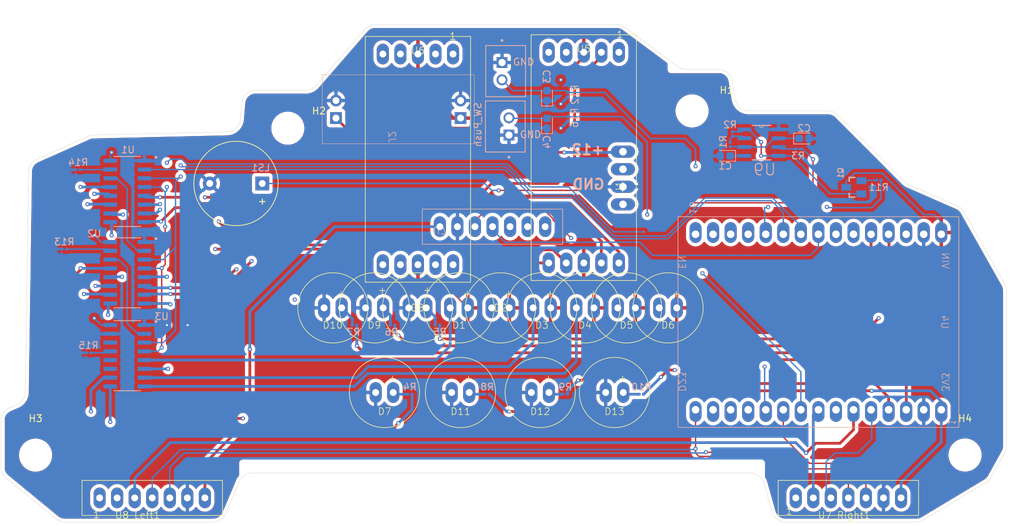
<source format=kicad_pcb>
(kicad_pcb (version 20240108) (generator "pcbnew") (generator_version "8.0")
  (layers (0 "F.Cu" signal) (1 "In1.Cu" signal) (2 "In2.Cu" signal) (31 "B.Cu" signal) (34 "B.Paste" user) (35 "F.Paste" user) (36 "B.SilkS" user "B.Silkscreen") (37 "F.SilkS" user "F.Silkscreen") (38 "B.Mask" user) (39 "F.Mask" user) (44 "Edge.Cuts" user))
  (net 0 "")
  (net 1 "GND")
  (net 2 "Net-(D1-K)")
  (net 3 "Net-(D2-K)")
  (net 4 "Net-(D3-K)")
  (net 5 "Net-(D4-K)")
  (net 6 "Net-(D5-K)")
  (net 7 "Net-(D6-K)")
  (net 8 "Net-(D7-A)")
  (net 9 "Net-(D8-A)")
  (net 10 "Net-(D9-A)")
  (net 11 "Net-(D10-A)")
  (net 12 "Net-(D11-A)")
  (net 13 "Net-(D12-A)")
  (net 14 "Net-(D13-A)")
  (net 15 "+12V")
  (net 16 "Net-(U1-R-EXT)")
  (net 17 "Net-(U2-R-EXT)")
  (net 18 "+3.3V")
  (net 19 "Net-(U1-~{OUT1})")
  (net 20 "Net-(U1-SDO)")
  (net 21 "+5V")
  (net 22 "Net-(U1-~{OUT2})")
  (net 23 "Net-(U9-CV)")
  (net 24 "Net-(U1-~{OUT6})")
  (net 25 "Net-(U1-~{OUT3})")
  (net 26 "Net-(U1-~{OUT4})")
  (net 27 "Net-(U9-THR)")
  (net 28 "Net-(U1-~{OUT5})")
  (net 29 "Net-(U1-~{OUT0})")
  (net 30 "Net-(LS1-Pad1)")
  (net 31 "Net-(U2-~{OUT0})")
  (net 32 "Net-(U2-~{OUT2})")
  (net 33 "Net-(U2-~{OUT5})")
  (net 34 "Net-(U2-~{OUT7})")
  (net 35 "Net-(U2-SDO)")
  (net 36 "Net-(U1-~{OUT7})")
  (net 37 "Net-(U2-~{OUT3})")
  (net 38 "Net-(U2-~{OUT4})")
  (net 39 "Net-(U2-~{OUT1})")
  (net 42 "Net-(U9-DIS)")
  (net 44 "Net-(U9-Q)")
  (net 45 "unconnected-(U4-EN-Pad16)")
  (net 46 "/Button")
  (net 50 "Net-(U2-~{OUT6})")
  (net 54 "Net-(J1-Pin_3)")
  (net 55 "Net-(J1-Pin_1)")
  (net 56 "/D8LED")
  (net 57 "/D9LED")
  (net 58 "/D10LED")
  (net 59 "/D11LED")
  (net 60 "/D12LED")
  (net 61 "/D13LED")
  (net 62 "/555BJT")
  (net 63 "Net-(U3-~{OE}(ED2))")
  (net 64 "/OEInvert")
  (net 65 "/LE")
  (net 66 "/CLK")
  (net 67 "/SDLU1")
  (net 69 "/SDA")
  (net 70 "/SCL")
  (net 71 "/Button1")
  (net 72 "/U7RightES")
  (net 73 "/CANTX")
  (net 74 "/ESU8Left")
  (net 75 "/CANRX")
  (net 76 "/DCU7Right")
  (net 77 "/DCU8Left")
  (net 78 "Net-(Q1-PadB)")
  (net 79 "Net-(U9-R)")
  (footprint "bajaRedoSaves:LED 5mm Vertical" (layer "F.Cu") (at 163.52 111.5)
    (property "Reference" "D4")
    (property "Value" "LED")
  )
  (footprint "MountingHole:MountingHole_4.3mm_M4" (layer "F.Cu") (at 120.5 85.5)
    (property "Reference" "H2")
    (property "Value" "MountingHole")
  )
  (footprint "bajaRedoSaves:LED 5mm Vertical" (layer "F.Cu") (at 151.27 111.5)
    (property "Reference" "D2")
    (property "Value" "LED")
  )
  (footprint "bajaRedoSaves:LED 5mm Vertical" (layer "F.Cu") (at 145.27 111.5)
    (property "Reference" "D1")
    (property "Value" "LED")
  )
  (footprint "bajaRedoSaves:LED 5mm Vertical" (layer "F.Cu") (at 175.52 111.5)
    (property "Reference" "D6")
    (property "Value" "LED")
  )
  (footprint "MountingHole:MountingHole_4.3mm_M4" (layer "F.Cu") (at 179 83)
    (property "Reference" "H1")
    (property "Value" "MountingHole" (hide yes))
  )
  (footprint "bajaRedoSaves:LED 5mm Vertical" (layer "F.Cu") (at 167.77 123.75)
    (property "Reference" "D13")
    (property "Value" "LED")
  )
  (footprint "bajaRedoSaves:LED 5mm Vertical" (layer "F.Cu") (at 133.02 111.5)
    (property "Reference" "D9")
    (property "Value" "LED")
  )
  (footprint "bajaRedoSaves:baja 7 segment" (layer "F.Cu") (at 163.33 74.52)
    (property "Reference" "U5")
    (property "Value" "~")
  )
  (footprint "bajaRedoSaves:LED 5mm Vertical" (layer "F.Cu") (at 157.27 111.5)
    (property "Reference" "D3")
    (property "Value" "LED")
  )
  (footprint "MountingHole:MountingHole_4.3mm_M4" (layer "F.Cu") (at 83.9972 132.8125)
    (property "Reference" "H3")
    (property "Value" "MountingHole")
  )
  (footprint "bajaRedoSaves:LED 5mm Vertical" (layer "F.Cu") (at 157.02 123.75)
    (property "Reference" "D12")
    (property "Value" "LED")
  )
  (footprint "bajaRedoSaves:LED 5mm Vertical" (layer "F.Cu") (at 145.48 123.75)
    (property "Reference" "D11")
    (property "Value" "LED")
  )
  (footprint "bajaRedoSaves:LED 5mm Vertical" (layer "F.Cu") (at 139.27 111.5)
    (property "Reference" "D8")
    (property "Value" "LED")
  )
  (footprint "bajaRedoSaves:LED 5mm Vertical" (layer "F.Cu") (at 134.48 123.75)
    (property "Reference" "D7")
    (property "Value" "LED")
  )
  (footprint "bajaRedoSaves:baja 7 segment" (layer "F.Cu") (at 139.33 74.77)
    (property "Reference" "U6")
    (property "Value" "~")
  )
  (footprint "bajaRedoSaves:1x7 Connectors" (layer "F.Cu") (at 93.26 139)
    (property "Reference" "U8_Left1")
    (property "Value" "~")
  )
  (footprint "Custom Connectors:1x4 connector" (layer "F.Cu") (at 169 93.98 90)
    (property "Reference" "J1")
    (property "Value" "Conn_01x04_Pin")
  )
  (footprint "MountingHole:MountingHole_4.3mm_M4" (layer "F.Cu") (at 218.5 132.7977)
    (property "Reference" "H4")
    (property "Value" "MountingHole")
  )
  (footprint "bajaRedoSaves:LED 5mm Vertical" (layer "F.Cu") (at 127.02 111.5)
    (property "Reference" "D10")
    (property "Value" "LED")
  )
  (footprint "bajaRedoSaves:1x7 Connectors" (layer "F.Cu") (at 194 139)
    (property "Reference" "U7_Right1")
    (property "Value" "~")
  )
  (footprint "bajaRedoSaves:LED 5mm Vertical" (layer "F.Cu") (at 169.52 111.5)
    (property "Reference" "D5")
    (property "Value" "LED")
  )
  (footprint "Buzzer_Beeper:Buzzer_12x9.5RM7.6" (layer "F.Cu") (at 116.8 93.5 180)
    (property "Reference" "LS1")
    (property "Value" "Speaker")
  )
  (footprint "Resistor_SMD:R_0201_0603Metric" (layer "B.Cu") (at 171.655 124 180)
    (property "Reference" "R10")
    (property "Value" "300")
  )
  (footprint "Resistor_SMD:R_0201_0603Metric" (layer "B.Cu") (at 206 93 180)
    (property "Reference" "R11" (hide yes))
    (property "Value" "R11")
  )
  (footprint "Resistor_SMD:R_0201_0603Metric" (layer "B.Cu") (at 88.155 103 180)
    (property "Reference" "R13")
    (property "Value" "750")
  )
  (footprint "Resistor_SMD:R_0201_0603Metric" (layer "B.Cu") (at 142.155 114 180)
    (property "Reference" "R5")
    (property "Value" "300")
  )
  (footprint "bajaRedoSaves:JST2pin" (layer "B.Cu") (at 151.975 85.25 -90)
    (property "Reference" "SW2" (hide yes))
    (property "Value" "SW_Push")
  )
  (footprint "bajaRedoSaves:TLC5917ID" (layer "B.Cu") (at 97.275 106.425 180)
    (property "Reference" "U2")
    (property "Value" "TLC5917" (hide yes))
  )
  (footprint "Capacitor_Tantalum_SMD:CP_EIA-1608-08_AVX-J" (layer "B.Cu") (at 195.2125 87)
    (property "Reference" "C2" (hide yes))
    (property "Value" "C2")
  )
  (footprint "ESP 32:ESP 32 BAJA" (layer "B.Cu") (at 215.06 113.55 90)
    (property "Reference" "U4")
    (property "Value" "~")
  )
  (footprint "Resistor_SMD:R_0201_0603Metric" (layer "B.Cu") (at 161 80.655 90)
    (property "Reference" "R12")
    (property "Value" "1000")
  )
  (footprint "Resistor_SMD:R_0201_0603Metric" (layer "B.Cu") (at 194.345 88.5)
    (property "Reference" "R3" (hide yes))
    (property "Value" "R3")
  )
  (footprint "Capacitor_Tantalum_SMD:CP_EIA-1608-08_AVX-J" (layer "B.Cu") (at 158 80.7875 90)
    (property "Reference" "C3")
    (property "Value" "10uF")
  )
  (footprint "bajaRedoSaves:PowerBoard" (layer "B.Cu") (at 150.466 82.765 90)
    (property "Reference" "J2")
    (property "Value" "Conn_01x04_Pin" (hide yes))
  )
  (footprint "Resistor_SMD:R_0201_0603Metric" (layer "B.Cu") (at 91.655 118 180)
    (property "Reference" "R15")
    (property "Value" "1000")
  )
  (footprint "bajaRedoSaves:1x7 Connectors" (layer "B.Cu") (at 142.5 99.75)
    (property "Reference" "U7")
    (property "Value" "~")
  )
  (footprint "Resistor_SMD:R_0201_0603Metric" (layer "B.Cu") (at 184.5 87.845 -90)
    (property "Reference" "R1" (hide yes))
    (property "Value" "R1")
  )
  (footprint "bajaRedoSaves:MMBT2222" (layer "B.Cu") (at 202.4 94.05 -90)
    (property "Reference" "Q1")
    (property "Value" "MMBT2222_")
  )
  (footprint "bajaRedoSaves:TLC5917ID" (layer "B.Cu") (at 97.275 118.425 180)
    (property "Reference" "U3")
    (property "Value" "TLC5917")
  )
  (footprint "Capacitor_Tantalum_SMD:CP_EIA-1608-08_AVX-J" (layer "B.Cu") (at 158 84.7875 90)
    (property "Reference" "C4")
    (property "Value" "10uF")
  )
  (footprint "Resistor_SMD:R_0201_0603Metric" (layer "B.Cu") (at 138.155 124 180)
    (property "Reference" "R4")
    (property "Value" "300")
  )
  (footprint "Resistor_SMD:R_0201_0603Metric" (layer "B.Cu") (at 135.655 114 180)
    (property "Reference" "R6")
    (property "Value" "300")
  )
  (footprint "Resistor_SMD:R_0201_0603Metric" (layer "B.Cu") (at 184.845 86.345 -90)
    (property "Reference" "R2" (hide yes))
    (property "Value" "R2")
  )
  (footprint "Resistor_SMD:R_0201_0603Metric" (layer "B.Cu") (at 160.655 124 180)
    (property "Reference" "R9")
    (property "Value" "300")
  )
  (footprint "Resistor_SMD:R_0201_0603Metric" (layer "B.Cu") (at 161 84.155 90)
    (property "Reference" "R16")
    (property "Value" "1000")
  )
  (footprint "bajaRedoSaves:TLC555" (layer "B.Cu") (at 189.0362 87.595 180)
    (property "Reference" "U9")
    (property "Value" "TLC555xPS")
  )
  (footprint "bajaRedoSaves:JST2pin" (layer "B.Cu") (at 152.025 77.25 90)
    (property "Reference" "SW1" (hide yes))
    (property "Value" "SW_Push")
  )
  (footprint "Capacitor_Tantalum_SMD:CP_EIA-1608-08_AVX-J" (layer "B.Cu") (at 183.7875 89.5 180)
    (property "Reference" "C1" (hide yes))
    (property "Value" "C1")
  )
  (footprint "bajaRedoSaves:TLC5917ID" (layer "B.Cu") (at 97.275 94.655 180)
    (property "Reference" "U1")
    (property "Value" "TLC5917" (hide yes))
  )
  (footprint "Resistor_SMD:R_0201_0603Metric" (layer "B.Cu") (at 130.155 114 180)
    (property "Reference" "R7")
    (property "Value" "300")
  )
  (footprint "Resistor_SMD:R_0201_0603Metric" (layer "B.Cu") (at 90.155 91.5 180)
    (property "Reference" "R14")
    (property "Value" "750")
  )
  (footprint "Resistor_SMD:R_0201_0603Metric" (layer "B.Cu") (at 149.345 124 180)
    (property "Reference" "R8")
    (property "Value" "300")
  )
  (gr_line (start 185.221466 81.328798) (end 184.778534 78.671202) (stroke (width 0.05)) (layer "Edge.Cuts"))
  (gr_line (start 113.847174 81.833909) (end 113.649298 84.208429) (stroke (width 0.05)) (layer "Edge.Cuts"))
  (gr_line (start 81.30686 125.511346) (end 80.212162 125.980502) (stroke (width 0.05)) (layer "Edge.Cuts"))
  (gr_line (start 111.516155 141.278434) (end 113.483845 136.621567) (stroke (width 0.05)) (layer "Edge.Cuts"))
  (gr_line (start 222.260088 136.031841) (end 224.248314 132.453034) (stroke (width 0.05)) (layer "Edge.Cuts"))
  (gr_arc (start 91.634303 86.662532) (mid 92.00868 86.538682) (end 92.400081 86.490696) (stroke (width 0.05)) (layer "Edge.Cuts"))
  (gr_arc (start 113.649298 84.208429) (mid 113.027432 85.49824) (end 111.702705 86.041798) (stroke (width 0.05)) (layer "Edge.Cuts"))
  (gr_line (start 109.673862 142.5) (end 88.217531 142.5) (stroke (width 0.05)) (layer "Edge.Cuts"))
  (gr_arc (start 178.161574 77) (mid 177.533476 76.898805) (end 176.968926 76.605488) (stroke (width 0.05)) (layer "Edge.Cuts"))
  (gr_line (start 212.475024 142.214986) (end 221.540766 136.775541) (stroke (width 0.05)) (layer "Edge.Cuts"))
  (gr_line (start 115.326138 135.4) (end 187.485546 135.4) (stroke (width 0.05)) (layer "Edge.Cuts"))
  (gr_arc (start 222.260088 136.031841) (mid 221.949355 136.451016) (end 221.540766 136.775541) (stroke (width 0.05)) (layer "Edge.Cuts"))
  (gr_line (start 169.281074 70.894512) (end 176.968926 76.605488) (stroke (width 0.05)) (layer "Edge.Cuts"))
  (gr_arc (start 113.483845 136.621567) (mid 114.220893 135.733137) (end 115.326138 135.4) (stroke (width 0.05)) (layer "Edge.Cuts"))
  (gr_arc (start 182.805746 77) (mid 184.09847 77.473977) (end 184.778534 78.671202) (stroke (width 0.05)) (layer "Edge.Cuts"))
  (gr_arc (start 82.981462 91.779096) (mid 83.312208 90.706129) (end 84.168975 89.980455) (stroke (width 0.05)) (layer "Edge.Cuts"))
  (gr_arc (start 217.388787 96.732594) (mid 217.927389 97.080422) (end 218.328275 97.580794) (stroke (width 0.05)) (layer "Edge.Cuts"))
  (gr_arc (start 198.671573 83) (mid 199.43694 83.152241) (end 200.085787 83.585787) (stroke (width 0.05)) (layer "Edge.Cuts"))
  (gr_line (start 210.345733 93.651258) (end 217.388787 96.732594) (stroke (width 0.05)) (layer "Edge.Cuts"))
  (gr_arc (start 187.194254 83) (mid 185.90153 82.526023) (end 185.221466 81.328798) (stroke (width 0.05)) (layer "Edge.Cuts"))
  (gr_line (start 124.598018 79.311373) (end 131.651982 71.188627) (stroke (width 0.05)) (layer "Edge.Cuts"))
  (gr_arc (start 224.5 131.481748) (mid 224.436056 131.983431) (end 224.248314 132.453034) (stroke (width 0.05)) (layer "Edge.Cuts"))
  (gr_line (start 200.085787 83.585787) (end 209.733157 93.233157) (stroke (width 0.05)) (layer "Edge.Cuts"))
  (gr_line (start 111.702705 86.041798) (end 92.400081 86.490696) (stroke (width 0.05)) (layer "Edge.Cuts"))
  (gr_arc (start 131.651982 71.188627) (mid 132.332216 70.680299) (end 133.162048 70.5) (stroke (width 0.05)) (layer "Edge.Cuts"))
  (gr_arc (start 192.514454 142.5) (mid 191.307092 142.094452) (end 190.589373 141.042276) (stroke (width 0.05)) (layer "Edge.Cuts"))
  (gr_line (start 91.634303 86.662532) (end 84.168975 89.980455) (stroke (width 0.05)) (layer "Edge.Cuts"))
  (gr_line (start 182.805746 77) (end 178.161574 77) (stroke (width 0.05)) (layer "Edge.Cuts"))
  (gr_arc (start 212.475024 142.214986) (mid 211.979899 142.42743) (end 211.446032 142.5) (stroke (width 0.05)) (layer "Edge.Cuts"))
  (gr_arc (start 88.217531 142.5) (mid 87.54215 142.382514) (end 86.946116 142.043861) (stroke (width 0.05)) (layer "Edge.Cuts"))
  (gr_arc (start 168.088426 70.5) (mid 168.716528 70.601188) (end 169.281074 70.894512) (stroke (width 0.05)) (layer "Edge.Cuts"))
  (gr_line (start 224.5 131.481748) (end 224.5 109.026106) (stroke (width 0.05)) (layer "Edge.Cuts"))
  (gr_line (start 82.981462 91.779096) (end 82.518811 123.702038) (stroke (width 0.05)) (layer "Edge.Cuts"))
  (gr_arc (start 82.518811 123.702038) (mid 82.180701 124.786129) (end 81.30686 125.511346) (stroke (width 0.05)) (layer "Edge.Cuts"))
  (gr_arc (start 79 127.818792) (mid 79.330318 126.71781) (end 80.212162 125.980502) (stroke (width 0.05)) (layer "Edge.Cuts"))
  (gr_arc (start 113.847174 81.833909) (mid 114.486047 80.528235) (end 115.840266 80) (stroke (width 0.05)) (layer "Edge.Cuts"))
  (gr_line (start 79.728585 136.100012) (end 86.946116 142.043861) (stroke (width 0.05)) (layer "Edge.Cuts"))
  (gr_line (start 123.087952 80) (end 115.840266 80) (stroke (width 0.05)) (layer "Edge.Cuts"))
  (gr_line (start 189.410626 136.857724) (end 190.589373 141.042276) (stroke (width 0.05)) (layer "Edge.Cuts"))
  (gr_arc (start 79.728585 136.100012) (mid 79.191276 135.409727) (end 79 134.556151) (stroke (width 0.05)) (layer "Edge.Cuts"))
  (gr_arc (start 224.241126 108.041992) (mid 224.434198 108.51731) (end 224.5 109.026106) (stroke (width 0.05)) (layer "Edge.Cuts"))
  (gr_line (start 187.194254 83) (end 198.671573 83) (stroke (width 0.05)) (layer "Edge.Cuts"))
  (gr_line (start 79 127.818792) (end 79 134.556151) (stroke (width 0.05)) (layer "Edge.Cuts"))
  (gr_line (start 168.088426 70.5) (end 133.162048 70.5) (stroke (width 0.05)) (layer "Edge.Cuts"))
  (gr_line (start 218.328275 97.580794) (end 224.241126 108.041992) (stroke (width 0.05)) (layer "Edge.Cuts"))
  (gr_arc (start 187.485546 135.4) (mid 188.692908 135.805548) (end 189.410626 136.857724) (stroke (width 0.05)) (layer "Edge.Cuts"))
  (gr_arc (start 111.516155 141.278434) (mid 110.779107 142.166864) (end 109.673862 142.5) (stroke (width 0.05)) (layer "Edge.Cuts"))
  (gr_arc (start 210.345733 93.651258) (mid 210.019896 93.47085) (end 209.733157 93.233157) (stroke (width 0.05)) (layer "Edge.Cuts"))
  (gr_line (start 211.446032 142.5) (end 192.514454 142.5) (stroke (width 0.05)) (layer "Edge.Cuts"))
  (gr_arc (start 124.598018 79.311373) (mid 123.917784 79.819701) (end 123.087952 80) (stroke (width 0.05)) (layer "Edge.Cuts"))
  (gr_text "+12" (at 166.5 89.5 0) (layer "B.SilkS") (effects (font (size 1.5 1.5) (thickness 0.3) (bold yes)) (justify left bottom mirror)))
  (gr_text "GND" (at 154 87 0) (layer "B.SilkS") (effects (font (size 1 1)) (justify left bottom)))
  (gr_text "GND" (at 166.5 94.5 0) (layer "B.SilkS") (effects (font (size 1.5 1.5) (thickness 0.3) (bold yes)) (justify left bottom mirror)))
  (gr_text "GND" (at 153 76.5 0) (layer "B.SilkS") (effects (font (size 1 1)) (justify left bottom)))
  (via (at 106 114) (size 0.6) (drill 0.3) (layers "F.Cu" "B.Cu") (net 1))
  (via (at 103 114) (size 0.6) (drill 0.3) (layers "F.Cu" "B.Cu") (net 1))
  (segment (start 212.5 131.5) (end 212.5 126.27) (width 0.4) (layer "B.Cu") (net 1))
  (segment (start 206.7 139) (end 206.7 137.3) (width 0.4) (layer "B.Cu") (net 1))
  (segment (start 102.98 113.98) (end 103 114) (width 0.2) (layer "B.Cu") (net 1))
  (segment (start 87.48 91.48) (end 87.5 91.5) (width 0.2) (layer "B.Cu") (net 1))
  (segment (start 212.52 104.52) (end 213.5 105.5) (width 0.2) (layer "B.Cu") (net 1))
  (segment (start 212.5 126.27) (end 212.52 126.25) (width 0.4) (layer "B.Cu") (net 1))
  (segment (start 99.75 113.98) (end 102.98 113.98) (width 0.2) (layer "B.Cu") (net 1))
  (segment (start 212.52 100.85) (end 212.52 104.52) (width 0.2) (layer "B.Cu") (net 1))
  (segment (start 206.7 137.3) (end 212.5 131.5) (width 0.4) (layer "B.Cu") (net 1))
  (segment (start 99.75 119.06) (end 141.94 119.06) (width 0.4) (layer "B.Cu") (net 2))
  (segment (start 144 117) (end 144 111.5) (width 0.4) (layer "B.Cu") (net 2))
  (segment (start 141.94 119.06) (end 144 117) (width 0.4) (layer "B.Cu") (net 2))
  (via (at 103.17 120.33) (size 0.6) (drill 0.3) (layers "F.Cu" "B.Cu") (net 3))
  (segment (start 103.17 120.33) (end 99.75 120.33) (width 0.4) (layer "B.Cu") (net 3))
  (segment (start 99.75 121.6) (end 130.551472 121.6) (width 0.4) (layer "B.Cu") (net 4))
  (segment (start 156 116.5) (end 156 111.5) (width 0.4) (layer "B.Cu") (net 4))
  (segment (start 152.5 120) (end 156 116.5) (width 0.4) (layer "B.Cu") (net 4))
  (segment (start 130.551472 121.6) (end 132.151472 120) (width 0.4) (layer "B.Cu") (net 4))
  (segment (start 132.151472 120) (end 152.5 120) (width 0.4) (layer "B.Cu") (net 4))
  (segment (start 99.75 122.87) (end 130.13 122.87) (width 0.4) (layer "B.Cu") (net 5))
  (segment (start 160.5 121) (end 162.25 119.25) (width 0.4) (layer "B.Cu") (net 5))
  (segment (start 132 121) (end 160.5 121) (width 0.4) (layer "B.Cu") (net 5))
  (segment (start 162.25 119.25) (end 162.25 111.5) (width 0.4) (layer "B.Cu") (net 5))
  (segment (start 130.13 122.87) (end 132 121) (width 0.4) (layer "B.Cu") (net 5))
  (via (at 94.8 128) (size 0.6) (drill 0.3) (layers "F.Cu" "B.Cu") (net 6))
  (segment (start 94.8 128) (end 94.8 122.87) (width 0.4) (layer "B.Cu") (net 6))
  (via (at 92 126.5) (size 0.6) (drill 0.3) (layers "F.Cu" "B.Cu") (net 7))
  (segment (start 93.815001 121.6) (end 94.8 121.6) (width 0.4) (layer "B.Cu") (net 7))
  (segment (start 92 126.5) (end 92 123.415001) (width 0.4) (layer "B.Cu") (net 7))
  (segment (start 92 123.415001) (end 93.815001 121.6) (width 0.4) (layer "B.Cu") (net 7))
  (segment (start 136 124) (end 135.75 123.75) (width 0.4) (layer "B.Cu") (net 8))
  (segment (start 137.835 124) (end 136 124) (width 0.4) (layer "B.Cu") (net 8))
  (segment (start 140.525 111.515) (end 140.54 111.5) (width 0.2) (layer "F.Cu") (net 9))
  (segment (start 141.835 112.795) (end 140.54 111.5) (width 0.4) (layer "B.Cu") (net 9))
  (segment (start 141.835 114) (end 141.835 112.795) (width 0.4) (layer "B.Cu") (net 9))
  (segment (start 135.335 114) (end 135.335 112.545) (width 0.4) (layer "B.Cu") (net 10))
  (segment (start 135.335 112.545) (end 134.29 111.5) (width 0.4) (layer "B.Cu") (net 10))
  (segment (start 129.835 113.045) (end 128.29 111.5) (width 0.4) (layer "B.Cu") (net 11))
  (segment (start 129.835 114) (end 129.835 113.045) (width 0.4) (layer "B.Cu") (net 11))
  (segment (start 147 124) (end 146.75 123.75) (width 0.4) (layer "B.Cu") (net 12))
  (segment (start 149.025 124) (end 147 124) (width 0.4) (layer "B.Cu") (net 12))
  (segment (start 158.54 124) (end 158.29 123.75) (width 0.4) (layer "B.Cu") (net 13))
  (segment (start 160.335 124) (end 158.54 124) (width 0.4) (layer "B.Cu") (net 13))
  (segment (start 169.335 124.045) (end 169.04 123.75) (width 0.2) (layer "F.Cu") (net 14))
  (segment (start 171.335 124) (end 169.29 124) (width 0.4) (layer "B.Cu") (net 14))
  (segment (start 169.29 124) (end 169.04 123.75) (width 0.4) (layer "B.Cu") (net 14))
  (segment (start 129 85.5) (end 148.5 85.5) (width 0.4) (layer "F.Cu") (net 15))
  (segment (start 128.926 85.5) (end 129 85.5) (width 0.4) (layer "F.Cu") (net 15))
  (segment (start 148.5 85.5) (end 152 89) (width 0.4) (layer "F.Cu") (net 15))
  (segment (start 152 89) (end 160.5 89) (width 0.4) (layer "F.Cu") (net 15))
  (segment (start 127.466 84.04) (end 128.926 85.5) (width 0.4) (layer "F.Cu") (net 15))
  (via (at 160.5 89) (size 0.6) (drill 0.3) (layers "F.Cu" "B.Cu") (net 15))
  (segment (start 168.9 89) (end 169 88.9) (width 0.4) (layer "B.Cu") (net 15))
  (segment (start 160.5 89) (end 168.9 89) (width 0.4) (layer "B.Cu") (net 15))
  (segment (start 90.475 91.5) (end 94.78 91.5) (width 0.2) (layer "B.Cu") (net 16))
  (segment (start 94.78 91.5) (end 94.8 91.48) (width 0.2) (layer "B.Cu") (net 16))
  (segment (start 88.475 103) (end 94.55 103) (width 0.2) (layer "B.Cu") (net 17))
  (segment (start 94.55 103) (end 94.8 103.25) (width 0.2) (layer "B.Cu") (net 17))
  (segment (start 204 123.5) (end 205 123.5) (width 0.4) (layer "F.Cu") (net 18))
  (segment (start 113 129.5) (end 118.5 129.5) (width 0.4) (layer "F.Cu") (net 18))
  (segment (start 134 129.5) (end 135 129.5) (width 0.4) (layer "F.Cu") (net 18))
  (segment (start 115 117.5) (end 115 126) (width 0.4) (layer "F.Cu") (net 18))
  (segment (start 115 126) (end 118.5 129.5) (width 0.4) (layer "F.Cu") (net 18))
  (segment (start 136.5 128.2) (end 135.2 129.5) (width 0.4) (layer "F.Cu") (net 18))
  (segment (start 108.5 134) (end 113 129.5) (width 0.4) (layer "F.Cu") (net 18))
  (segment (start 108.5 139) (end 108.5 134) (width 0.4) (layer "F.Cu") (net 18))
  (segment (start 135 129.5) (end 173 129.5) (width 0.4) (layer "F.Cu") (net 18))
  (segment (start 173 129.5) (end 179 123.5) (width 0.4) (layer "F.Cu") (net 18))
  (segment (start 135.2 129.5) (end 135 129.5) (width 0.4) (layer "F.Cu") (net 18))
  (segment (start 118.5 129.5) (end 134 129.5) (width 0.4) (layer "F.Cu") (net 18))
  (segment (start 179 123.5) (end 204 123.5) (width 0.4) (layer "F.Cu") (net 18))
  (via (at 115 117.5) (size 0.6) (drill 0.3) (layers "F.Cu" "B.Cu") (net 18))
  (via (at 205 123.5) (size 0.6) (drill 0.3) (layers "F.Cu" "B.Cu") (net 18))
  (via (at 136.5 128.2) (size 0.6) (drill 0.3) (layers "F.Cu" "B.Cu") (net 18))
  (segment (start 142.5 99.75) (end 127.25 99.75) (width 0.4) (layer "B.Cu") (net 18))
  (segment (start 205 123.5) (end 213.5 123.5) (width 0.4) (layer "B.Cu") (net 18))
  (segment (start 138.475 126.225) (end 136.5 128.2) (width 0.4) (layer "B.Cu") (net 18))
  (segment (start 213.5 123.5) (end 215.06 125.06) (width 0.4) (layer "B.Cu") (net 18))
  (segment (start 115 116) (end 115 117.5) (width 0.4) (layer "B.Cu") (net 18))
  (segment (start 215.06 130.94) (end 215.06 126.25) (width 0.4) (layer "B.Cu") (net 18))
  (segment (start 209.24 139) (end 209.24 136.76) (width 0.4) (layer "B.Cu") (net 18))
  (segment (start 209.24 136.76) (end 215.06 130.94) (width 0.4) (layer "B.Cu") (net 18))
  (segment (start 115 112) (end 115 116) (width 0.4) (layer "B.Cu") (net 18))
  (segment (start 138.475 124) (end 138.475 126.225) (width 0.4) (layer "B.Cu") (net 18))
  (segment (start 127.25 99.75) (end 115 112) (width 0.4) (layer "B.Cu") (net 18))
  (segment (start 215.06 125.06) (end 215.06 126.25) (width 0.4) (layer "B.Cu") (net 18))
  (segment (start 159.5 93.5) (end 150 93.5) (width 0.4) (layer "F.Cu") (net 19))
  (segment (start 162 79.015) (end 162 91) (width 0.4) (layer "F.Cu") (net 19))
  (segment (start 148 95.5) (end 145.5 95.5) (width 0.4) (layer "F.Cu") (net 19))
  (segment (start 150 93.5) (end 148 95.5) (width 0.4) (layer "F.Cu") (net 19))
  (segment (start 145.5 95.5) (end 108.5 95.5) (width 0.4) (layer "F.Cu") (net 19))
  (segment (start 162 91) (end 159.5 93.5) (width 0.4) (layer "F.Cu") (net 19))
  (segment (start 165.87 75.145) (end 162 79.015) (width 0.4) (layer "F.Cu") (net 19))
  (segment (start 165.87 74.52) (end 165.87 75.145) (width 0.4) (layer "F.Cu") (net 19))
  (via (at 102 96.5) (size 0.6) (drill 0.3) (layers "F.Cu" "B.Cu") (net 19))
  (via (at 108.5 95.5) (size 0.6) (drill 0.3) (layers "F.Cu" "B.Cu") (net 19))
  (segment (start 99.75 96.56) (end 101.94 96.56) (width 0.4) (layer "B.Cu") (net 19))
  (segment (start 99.81 96.5) (end 99.75 96.56) (width 0.4) (layer "B.Cu") (net 19))
  (segment (start 101.94 96.56) (end 102 96.5) (width 0.4) (layer "B.Cu") (net 19))
  (segment (start 95.784999 92.75) (end 97.25 94.215001) (width 0.2) (layer "B.Cu") (net 20))
  (segment (start 98.765001 103.25) (end 99.75 103.25) (width 0.2) (layer "B.Cu") (net 20))
  (segment (start 97.25 101.734999) (end 98.765001 103.25) (width 0.2) (layer "B.Cu") (net 20))
  (segment (start 94.8 92.75) (end 95.784999 92.75) (width 0.2) (layer "B.Cu") (net 20))
  (segment (start 97.25 94.215001) (end 97.25 101.734999) (width 0.2) (layer "B.Cu") (net 20))
  (segment (start 163.33 75.17) (end 160 78.5) (width 0.4) (layer "F.Cu") (net 21))
  (segment (start 145.5 84.04) (end 144.54 84.04) (width 0.4) (layer "F.Cu") (net 21))
  (segment (start 139.33 107.83) (end 140 108.5) (width 0.2) (layer "F.Cu") (net 21))
  (segment (start 143.54 108.5) (end 146.54 111.5) (width 0.2) (layer "F.Cu") (net 21))
  (segment (start 163.33 105) (end 163.33 107.83) (width 0.2) (layer "F.Cu") (net 21))
  (segment (start 163.33 107.83) (end 164.79 109.29) (width 0.2) (layer "F.Cu") (net 21))
  (segment (start 140 108.5) (end 143.54 108.5) (width 0.2) (layer "F.Cu") (net 21))
  (segment (start 163.33 74.52) (end 163.33 75.17) (width 0.4) (layer "F.Cu") (net 21))
  (segment (start 164.79 109.29) (end 164.79 111.5) (width 0.2) (layer "F.Cu") (net 21))
  (segment (start 139.33 78.83) (end 139.33 74.77) (width 0.4) (layer "F.Cu") (net 21))
  (segment (start 144.54 84.04) (end 139.33 78.83) (width 0.4) (layer "F.Cu") (net 21))
  (segment (start 139.33 105.25) (end 139.33 107.83) (width 0.2) (layer "F.Cu") (net 21))
  (via (at 95 89) (size 0.6) (drill 0.3) (layers "F.Cu" "B.Cu") (net 21))
  (via (at 92.5 113) (size 0.6) (drill 0.3) (layers "F.Cu" "B.Cu") (net 21))
  (via (at 160 78.5) (size 0.6) (drill 0.3) (layers "F.Cu" "B.Cu") (net 21))
  (via (at 160 82) (size 0.6) (drill 0.3) (layers "F.Cu" "B.Cu") (net 21))
  (via (at 92.5 101) (size 0.6) (drill 0.3) (layers "F.Cu" "B.Cu") (net 21))
  (via (at 160 85.5) (size 0.6) (drill 0.3) (layers "F.Cu" "B.Cu") (net 21))
  (segment (start 161 84.5) (end 160 85.5) (width 0.4) (layer "B.Cu") (net 21))
  (segment (start 202.5 92) (end 201.3 93.2) (width 0.2) (layer "B.Cu") (net 21))
  (segment (start 161 84.475) (end 161 84.5) (width 0.4) (layer "B.Cu") (net 21))
  (segment (start 206.5 92) (end 202.5 92) (width 0.2) (layer "B.Cu") (net 21))
  (segment (start 161 81) (end 160 82) (width 0.4) (layer "B.Cu") (net 21))
  (segment (start 93.48 113.98) (end 92.5 113) (width 0.2) (layer "B.Cu") (net 21))
  (segment (start 206.5 92) (end 212.5 98) (width 0.2) (layer "B.Cu") (net 21))
  (segment (start 94.8 101.98) (end 93.48 101.98) (width 0.2) (layer "B.Cu") (net 21))
  (segment (start 201.3 93.2) (end 201.3 94.05) (width 0.2) (layer "B.Cu") (net 21))
  (segment (start 94.8 113.98) (end 93.48 113.98) (width 0.2) (layer "B.Cu") (net 21))
  (segment (start 214 98) (end 215.06 99.06) (width 0.2) (layer "B.Cu") (net 21))
  (segment (start 215.06 99.06) (end 215.06 100.85) (width 0.2) (layer "B.Cu") (net 21))
  (segment (start 161 80.975) (end 161 81) (width 0.4) (layer "B.Cu") (net 21))
  (segment (start 94.8 89.2) (end 94.8 90.21) (width 0.2) (layer "B.Cu") (net 21))
  (segment (start 93.48 101.98) (end 92.5 101) (width 0.2) (layer "B.Cu") (net 21))
  (segment (start 95 89) (end 94.8 89.2) (width 0.2) (layer "B.Cu") (net 21))
  (segment (start 212.5 98) (end 214 98) (width 0.2) (layer "B.Cu") (net 21))
  (via (at 102 97.3) (size 0.6) (drill 0.3) (layers "F.Cu" "B.Cu") (net 22))
  (segment (start 99.75 97.83) (end 101.47 97.83) (width 0.4) (layer "B.Cu") (net 22))
  (segment (start 101.47 97.83) (end 102 97.3) (width 0.4) (layer "B.Cu") (net 22))
  (segment (start 184.5 89.5) (end 186.5724 89.5) (width 0.2) (layer "B.Cu") (net 23))
  (via (at 91.5 96.5) (size 0.6) (drill 0.3) (layers "F.Cu" "B.Cu") (net 24))
  (segment (start 94.74 96.5) (end 94.8 96.56) (width 0.4) (layer "B.Cu") (net 24))
  (segment (start 91.5 96.5) (end 94.74 96.5) (width 0.4) (layer "B.Cu") (net 24))
  (segment (start 161 97) (end 104.15 97) (width 0.4) (layer "F.Cu") (net 25))
  (segment (start 165.87 101.87) (end 161 97) (width 0.4) (layer "F.Cu") (net 25))
  (segment (start 165.87 105) (end 165.87 101.87) (width 0.4) (layer "F.Cu") (net 25))
  (segment (start 104.15 97) (end 102.15 99) (width 0.4) (layer "F.Cu") (net 25))
  (via (at 102.15 99) (size 0.6) (drill 0.3) (layers "F.Cu" "B.Cu") (net 25))
  (segment (start 102.15 99) (end 99.85 99) (width 0.4) (layer "B.Cu") (net 25))
  (segment (start 99.85 99) (end 99.75 99.1) (width 0.4) (layer "B.Cu") (net 25))
  (segment (start 148 105) (end 146 103) (width 0.4) (layer "F.Cu") (net 26))
  (segment (start 146 103) (end 110 103) (width 0.4) (layer "F.Cu") (net 26))
  (segment (start 158.25 105) (end 148 105) (width 0.4) (layer "F.Cu") (net 26))
  (via (at 110 103) (size 0.6) (drill 0.3) (layers "F.Cu" "B.Cu") (net 26))
  (via (at 95 101) (size 0.6) (drill 0.3) (layers "F.Cu" "B.Cu") (net 26))
  (segment (start 95 101) (end 95 99.3) (width 0.4) (layer "B.Cu") (net 26))
  (segment (start 95 99.3) (end 94.8 99.1) (width 0.4) (layer "B.Cu") (net 26))
  (segment (start 191.5 86.96) (end 194.46 86.96) (width 0.2) (layer "B.Cu") (net 27))
  (segment (start 191.5 86.96) (end 190.9 86.96) (width 0.2) (layer "B.Cu") (net 27))
  (segment (start 186.5074 88.165) (end 186.5724 88.23) (width 0.2) (layer "B.Cu") (net 27))
  (segment (start 189.63 88.23) (end 186.5724 88.23) (width 0.2) (layer "B.Cu") (net 27))
  (segment (start 194.46 86.96) (end 194.5 87) (width 0.2) (layer "B.Cu") (net 27))
  (segment (start 184.5 88.165) (end 186.5074 88.165) (width 0.2) (layer "B.Cu") (net 27))
  (segment (start 190.9 86.96) (end 189.63 88.23) (width 0.2) (layer "B.Cu") (net 27))
  (via (at 96.65 98) (size 0.6) (drill 0.3) (layers "F.Cu" "B.Cu") (net 28))
  (segment (start 96.65 98) (end 94.97 98) (width 0.4) (layer "B.Cu") (net 28))
  (segment (start 94.97 98) (end 94.8 97.83) (width 0.4) (layer "B.Cu") (net 28))
  (segment (start 161.4 96.4) (end 106.9 96.4) (width 0.4) (layer "F.Cu") (net 29))
  (segment (start 106.9 96.4) (end 106 95.5) (width 0.4) (layer "F.Cu") (net 29))
  (segment (start 106 95.5) (end 102 95.5) (width 0.4) (layer "F.Cu") (net 29))
  (segment (start 168.41 105) (end 168.41 103.41) (width 0.4) (layer "F.Cu") (net 29))
  (segment (start 168.41 103.41) (end 161.4 96.4) (width 0.4) (layer "F.Cu") (net 29))
  (via (at 102 95.5) (size 0.6) (drill 0.3) (layers "F.Cu" "B.Cu") (net 29))
  (segment (start 99.96 95.5) (end 99.75 95.29) (width 0.4) (layer "B.Cu") (net 29))
  (segment (start 102 95.5) (end 99.96 95.5) (width 0.4) (layer "B.Cu") (net 29))
  (segment (start 195.205 96.295) (end 195.5 96) (width 0.2) (layer "F.Cu") (net 30))
  (segment (start 177.705 96.295) (end 176.5 97.5) (width 0.2) (layer "F.Cu") (net 30))
  (segment (start 188.705 96.295) (end 177.705 96.295) (width 0.2) (layer "F.Cu") (net 30))
  (segment (start 175 99) (end 167.5 99) (width 0.2) (layer "F.Cu") (net 30))
  (segment (start 163 94.5) (end 151 94.5) (width 0.2) (layer "F.Cu") (net 30))
  (segment (start 167.5 99) (end 163 94.5) (width 0.2) (layer "F.Cu") (net 30))
  (segment (start 196.5 90) (end 196.5 95) (width 0.2) (layer "F.Cu") (net 30))
  (segment (start 196.5 95) (end 195.5 96) (width 0.2) (layer "F.Cu") (net 30))
  (segment (start 176.5 97.5) (end 175 99) (width 0.2) (layer "F.Cu") (net 30))
  (segment (start 188.705 96.295) (end 195.205 96.295) (width 0.2) (layer "F.Cu") (net 30))
  (via (at 196.5 90) (size 0.6) (drill 0.3) (layers "F.Cu" "B.Cu") (net 30))
  (via (at 151 94.5) (size 0.6) (drill 0.3) (layers "F.Cu" "B.Cu") (net 30))
  (segment (start 149 93.5) (end 116.8 93.5) (width 0.2) (layer "B.Cu") (net 30))
  (segment (start 150 94.5) (end 149 93.5) (width 0.2) (layer "B.Cu") (net 30))
  (segment (start 151 94.5) (end 150 94.5) (width 0.2) (layer "B.Cu") (net 30))
  (segment (start 195 88.5) (end 196.5 90) (width 0.2) (layer "B.Cu") (net 30))
  (segment (start 194.665 88.5) (end 195 88.5) (width 0.2) (layer "B.Cu") (net 30))
  (via (at 103 107) (size 0.6) (drill 0.3) (layers "F.Cu" "B.Cu") (net 31))
  (segment (start 103 107) (end 99.81 107) (width 0.4) (layer "B.Cu") (net 31))
  (segment (start 99.81 107) (end 99.75 107.06) (width 0.4) (layer "B.Cu") (net 31))
  (segment (start 115.244975 104.744975) (end 115.244975 104.755025) (width 0.4) (layer "F.Cu") (net 32))
  (segment (start 115.244975 104.755025) (end 110.5 109.5) (width 0.4) (layer "F.Cu") (net 32))
  (segment (start 110.5 109.5) (end 103.5 109.5) (width 0.4) (layer "F.Cu") (net 32))
  (via (at 115.244975 104.744975) (size 0.6) (drill 0.3) (layers "F.Cu" "B.Cu") (net 32))
  (via (at 103.5 109.5) (size 0.6) (drill 0.3) (layers "F.Cu" "B.Cu") (net 32))
  (segment (start 99.85 109.5) (end 99.75 109.6) (width 0.4) (layer "B.Cu") (net 32))
  (segment (start 103.5 109.5) (end 99.85 109.5) (width 0.4) (layer "B.Cu") (net 32))
  (via (at 91 109.5) (size 0.6) (drill 0.3) (layers "F.Cu" "B.Cu") (net 33))
  (segment (start 91 109.5) (end 94.7 109.5) (width 0.4) (layer "B.Cu") (net 33))
  (segment (start 94.7 109.5) (end 94.8 109.6) (width 0.4) (layer "B.Cu") (net 33))
  (via (at 96.5 107) (size 0.6) (drill 0.3) (layers "F.Cu" "B.Cu") (net 34))
  (segment (start 96.5 107) (end 94.86 107) (width 0.4) (layer "B.Cu") (net 34))
  (segment (start 94.86 107) (end 94.8 107.06) (width 0.4) (layer "B.Cu") (net 34))
  (segment (start 98.765001 115.25) (end 97.25 113.734999) (width 0.2) (layer "B.Cu") (net 35))
  (segment (start 99.75 115.25) (end 98.765001 115.25) (width 0.2) (layer "B.Cu") (net 35))
  (segment (start 97.25 105.75) (end 96.02 104.52) (width 0.2) (layer "B.Cu") (net 35))
  (segment (start 97.25 113.734999) (end 97.25 105.75) (width 0.2) (layer "B.Cu") (net 35))
  (segment (start 96.02 104.52) (end 94.8 104.52) (width 0.2) (layer "B.Cu") (net 35))
  (segment (start 146.5 102.4) (end 113.9 102.4) (width 0.4) (layer "F.Cu") (net 36))
  (segment (start 160.79 105) (end 158.89 103.1) (width 0.4) (layer "F.Cu") (net 36))
  (segment (start 156.1 104.4) (end 148.5 104.4) (width 0.4) (layer "F.Cu") (net 36))
  (segment (start 148.5 104.4) (end 146.5 102.4) (width 0.4) (layer "F.Cu") (net 36))
  (segment (start 113.9 102.4) (end 110.5 99) (width 0.4) (layer "F.Cu") (net 36))
  (segment (start 157.4 103.1) (end 156.1 104.4) (width 0.4) (layer "F.Cu") (net 36))
  (segment (start 158.89 103.1) (end 157.4 103.1) (width 0.4) (layer "F.Cu") (net 36))
  (via (at 92.5 95) (size 0.6) (drill 0.3) (layers "F.Cu" "B.Cu") (net 36))
  (via (at 110.5 99) (size 0.6) (drill 0.3) (layers "F.Cu" "B.Cu") (net 36))
  (segment (start 92.5 95) (end 94.51 95) (width 0.4) (layer "B.Cu") (net 36))
  (segment (start 94.51 95) (end 94.8 95.29) (width 0.4) (layer "B.Cu") (net 36))
  (via (at 103.5 111) (size 0.6) (drill 0.3) (layers "F.Cu" "B.Cu") (net 37))
  (segment (start 103.5 111) (end 103.37 110.87) (width 0.4) (layer "B.Cu") (net 37))
  (segment (start 103.37 110.87) (end 99.75 110.87) (width 0.4) (layer "B.Cu") (net 37))
  (via (at 94.5 112.5) (size 0.6) (drill 0.3) (layers "F.Cu" "B.Cu") (net 38))
  (via (at 121.5 110.3) (size 0.6) (drill 0.3) (layers "F.Cu" "B.Cu") (net 38))
  (segment (start 94.5 112.5) (end 94.5 111.17) (width 0.4) (layer "B.Cu") (net 38))
  (segment (start 94.5 111.17) (end 94.8 110.87) (width 0.4) (layer "B.Cu") (net 38))
  (segment (start 112.934313 105.934313) (end 110.268626 108.6) (width 0.4) (layer "F.Cu") (net 39))
  (segment (start 110.268626 108.6) (end 103.5 108.6) (width 0.4) (layer "F.Cu") (net 39))
  (segment (start 113.065687 105.934313) (end 112.934313 105.934313) (width 0.4) (layer "F.Cu") (net 39))
  (via (at 113.065687 105.934313) (size 0.6) (drill 0.3) (layers "F.Cu" "B.Cu") (net 39))
  (via (at 103.5 108.6) (size 0.6) (drill 0.3) (layers "F.Cu" "B.Cu") (net 39))
  (segment (start 103.5 108.6) (end 100.02 108.6) (width 0.4) (layer "B.Cu") (net 39))
  (segment (start 100.02 108.6) (end 99.75 108.33) (width 0.4) (layer "B.Cu") (net 39))
  (segment (start 184.5 87.525) (end 184.5 87.01) (width 0.2) (layer "B.Cu") (net 42))
  (segment (start 184.5 87.01) (end 184.845 86.665) (width 0.2) (layer "B.Cu") (net 42))
  (segment (start 186.2774 86.665) (end 186.5724 86.96) (width 0.2) (layer "B.Cu") (net 42))
  (segment (start 184.845 86.665) (end 186.2774 86.665) (width 0.2) (layer "B.Cu") (net 42))
  (segment (start 191.77 88.5) (end 191.5 88.23) (width 0.2) (layer "B.Cu") (net 44))
  (segment (start 194.025 88.5) (end 191.77 88.5) (width 0.2) (layer "B.Cu") (net 44))
  (segment (start 179.85 100.85) (end 180 101) (width 0.4) (layer "F.Cu") (net 45))
  (segment (start 179.5 100.85) (end 179.85 100.85) (width 0.4) (layer "F.Cu") (net 45))
  (via (at 179.5 91) (size 0.6) (drill 0.3) (layers "F.Cu" "B.Cu") (net 46))
  (segment (start 158 80.075) (end 153.075 80.075) (width 0.2) (layer "B.Cu") (net 46))
  (segment (start 178 87) (end 179.5 88.5) (width 0.2) (layer "B.Cu") (net 46))
  (segment (start 173 87) (end 178 87) (width 0.2) (layer "B.Cu") (net 46))
  (segment (start 166.335 80.335) (end 173 87) (width 0.2) (layer "B.Cu") (net 46))
  (segment (start 153.075 80.075) (end 151.5 78.5) (width 0.2) (layer "B.Cu") (net 46))
  (segment (start 161 80.335) (end 166.335 80.335) (width 0.2) (layer "B.Cu") (net 46))
  (segment (start 158 80.075) (end 160.74 80.075) (width 0.2) (layer "B.Cu") (net 46))
  (segment (start 160.74 80.075) (end 161 80.335) (width 0.2) (layer "B.Cu") (net 46))
  (segment (start 179.5 89.5) (end 179.5 91) (width 0.2) (layer "B.Cu") (net 46))
  (segment (start 179.5 88.5) (end 179.5 89.5) (width 0.2) (layer "B.Cu") (net 46))
  (via (at 92.67 108.33) (size 0.6) (drill 0.3) (layers "F.Cu" "B.Cu") (net 50))
  (segment (start 92.67 108.33) (end 94.8 108.33) (width 0.4) (layer "B.Cu") (net 50))
  (segment (start 204.9 111.1) (end 204.9 100.85) (width 0.4) (layer "F.Cu") (net 56))
  (segment (start 144.475 116) (end 200 116) (width 0.4) (layer "F.Cu") (net 56))
  (segment (start 142.5 116) (end 144.475 116) (width 0.4) (layer "F.Cu") (net 56))
  (segment (start 200 116) (end 204.9 111.1) (width 0.4) (layer "F.Cu") (net 56))
  (via (at 142.5 116) (size 0.6) (drill 0.3) (layers "F.Cu" "B.Cu") (net 56))
  (segment (start 142.475 115.975) (end 142.5 116) (width 0.2) (layer "B.Cu") (net 56))
  (segment (start 142.475 114) (end 142.475 115.975) (width 0.4) (layer "B.Cu") (net 56))
  (segment (start 138 117) (end 202 117) (width 0.4) (layer "F.Cu") (net 57))
  (segment (start 202 117) (end 206 113) (width 0.4) (layer "F.Cu") (net 57))
  (segment (start 136.5 115.5) (end 138 117) (width 0.4) (layer "F.Cu") (net 57))
  (via (at 136.5 115.5) (size 0.6) (drill 0.3) (layers "F.Cu" "B.Cu") (net 57))
  (via (at 206 113) (size 0.6) (drill 0.3) (layers "F.Cu" "B.Cu") (net 57))
  (segment (start 135.975 114.975) (end 136.5 115.5) (width 0.4) (layer "B.Cu") (net 57))
  (segment (start 135.975 114) (end 135.975 114.975) (width 0.4) (layer "B.Cu") (net 57))
  (segment (start 207.5 100.91) (end 207.44 100.85) (width 0.4) (layer "F.Cu") (net 58))
  (segment (start 203.5 118) (end 207.5 114) (width 0.4) (layer "F.Cu") (net 58))
  (segment (start 130.5 117) (end 131.5 118) (width 0.4) (layer "F.Cu") (net 58))
  (segment (start 131.5 118) (end 203.5 118) (width 0.4) (layer "F.Cu") (net 58))
  (segment (start 207.5 114) (end 207.5 100.91) (width 0.4) (layer "F.Cu") (net 58))
  (via (at 130.5 117) (size 0.6) (drill 0.3) (layers "F.Cu" "B.Cu") (net 58))
  (segment (start 130.475 114) (end 130.475 116.975) (width 0.4) (layer "B.Cu") (net 58))
  (segment (start 130.475 116.975) (end 130.5 117) (width 0.4) (layer "B.Cu") (net 58))
  (segment (start 152.5 126.5) (end 171.5 126.5) (width 0.4) (layer "F.Cu") (net 59))
  (segment (start 171.5 126.5) (end 175.55 122.45) (width 0.4) (layer "F.Cu") (net 59))
  (segment (start 205.45 122.45) (end 207.44 124.44) (width 0.4) (layer "F.Cu") (net 59))
  (segment (start 175.55 122.45) (end 205.45 122.45) (width 0.4) (layer "F.Cu") (net 59))
  (segment (start 207.44 124.44) (end 207.44 126.25) (width 0.4) (layer "F.Cu") (net 59))
  (via (at 152.5 126.5) (size 0.6) (drill 0.3) (layers "F.Cu" "B.Cu") (net 59))
  (segment (start 152.165 126.5) (end 149.665 124) (width 0.4) (layer "B.Cu") (net 59))
  (segment (start 152.5 126.5) (end 152.165 126.5) (width 0.4) (layer "B.Cu") (net 59))
  (segment (start 162.5 122) (end 163 122) (width 0.4) (layer "F.Cu") (net 60))
  (segment (start 163 122) (end 164 121) (width 0.4) (layer "F.Cu") (net 60))
  (segment (start 164 121) (end 168 121) (width 0.4) (layer "F.Cu") (net 60))
  (segment (start 210 122) (end 210 126.23) (width 0.4) (layer "F.Cu") (net 60))
  (segment (start 210 126.23) (end 209.98 126.25) (width 0.4) (layer "F.Cu") (net 60))
  (segment (start 170 119) (end 207 119) (width 0.4) (layer "F.Cu") (net 60))
  (segment (start 207 119) (end 210 122) (width 0.4) (layer "F.Cu") (net 60))
  (segment (start 168 121) (end 170 119) (width 0.4) (layer "F.Cu") (net 60))
  (via (at 162.5 122) (size 0.6) (drill 0.3) (layers "F.Cu" "B.Cu") (net 60))
  (segment (start 160.975 124) (end 160.975 123.525) (width 0.4) (layer "B.Cu") (net 60))
  (segment (start 160.975 123.525) (end 162.5 122) (width 0.4) (layer "B.Cu") (net 60))
  (segment (start 174.5 121.5) (end 175.5 120.5) (width 0.4) (layer "F.Cu") (net 61))
  (segment (start 176.5 120.5) (end 175.85 120.5) (width 0.4) (layer "F.Cu") (net 61))
  (segment (start 175.5 120.5) (end 175.85 120.5) (width 0.4) (layer "F.Cu") (net 61))
  (via (at 176.5 120.5) (size 0.6) (drill 0.3) (layers "F.Cu" "B.Cu") (net 61))
  (via (at 174.5 121.5) (size 0.6) (drill 0.3) (layers "F.Cu" "B.Cu") (net 61))
  (segment (start 171.975 124) (end 172 124) (width 0.4) (layer "B.Cu") (net 61))
  (segment (start 172 124) (end 174.5 121.5) (width 0.4) (layer "B.Cu") (net 61))
  (via (at 198.5 96.9) (size 0.6) (drill 0.3) (layers "F.Cu" "B.Cu") (net 62))
  (via (at 190 96.9) (size 0.6) (drill 0.3) (layers "F.Cu" "B.Cu") (net 62))
  (segment (start 198.5 96.9) (end 198.6 97) (width 0.2) (layer "B.Cu") (net 62))
  (segment (start 198.6 97) (end 205 97) (width 0.2) (layer "B.Cu") (net 62))
  (segment (start 189.5 97) (end 189.9 97) (width 0.2) (layer "B.Cu") (net 62))
  (segment (start 205 97) (end 206.32 95.68) (width 0.2) (layer "B.Cu") (net 62))
  (segment (start 189.5 100.69) (end 189.66 100.85) (width 0.2) (layer "B.Cu") (net 62))
  (segment (start 206.32 93) (end 206.32 95.68) (width 0.2) (layer "B.Cu") (net 62))
  (segment (start 189.9 97) (end 190 96.9) (width 0.2) (layer "B.Cu") (net 62))
  (segment (start 189.5 97) (end 189.5 100.69) (width 0.2) (layer "B.Cu") (net 62))
  (segment (start 91.975 118) (end 94.59 118) (width 0.2) (layer "B.Cu") (net 63))
  (segment (start 94.59 118) (end 94.8 117.79) (width 0.2) (layer "B.Cu") (net 63))
  (segment (start 112.5 127.5) (end 114 127.5) (width 0.4) (layer "F.Cu") (net 64))
  (segment (start 110.5 129.5) (end 112.5 127.5) (width 0.4) (layer "F.Cu") (net 64))
  (segment (start 90.5 106) (end 89.5 107) (width 0.4) (layer "F.Cu") (net 64))
  (segment (start 92.5 129.5) (end 110.5 129.5) (width 0.4) (layer "F.Cu") (net 64))
  (segment (start 90.5 105.755025) (end 90.5 106) (width 0.4) (layer "F.Cu") (net 64))
  (segment (start 89.5 126.5) (end 92.5 129.5) (width 0.4) (layer "F.Cu") (net 64))
  (segment (start 89.5 107) (end 89.5 126.5) (width 0.4) (layer "F.Cu") (net 64))
  (via (at 90.5 94) (size 0.6) (drill 0.3) (layers "F.Cu" "B.Cu") (net 64))
  (via (at 90.5 105.755025) (size 0.6) (drill 0.3) (layers "F.Cu" "B.Cu") (net 64))
  (via (at 114 127.5) (size 0.6) (drill 0.3) (layers "F.Cu" "B.Cu") (net 64))
  (segment (start 90.5 94) (end 90.52 94.02) (width 0.4) (layer "B.Cu") (net 64))
  (segment (start 90.5 105.755025) (end 90.534975 105.79) (width 0.4) (layer "B.Cu") (net 64))
  (segment (start 90.534975 105.79) (end 94.8 105.79) (width 0.4) (layer "B.Cu") (net 64))
  (segment (start 90.52 94.02) (end 94.8 94.02) (width 0.4) (layer "B.Cu") (net 64))
  (segment (start 102.25 117.25) (end 102.25 105.75) (width 0.2) (layer "F.Cu") (net 65))
  (segment (start 102.75 105.25) (end 102.75 99.75) (width 0.2) (layer "F.Cu") (net 65))
  (segment (start 102.25 105.75) (end 102.75 105.25) (width 0.2) (layer "F.Cu") (net 65))
  (via (at 102.75 99.75) (size 0.6) (drill 0.3) (layers "F.Cu" "B.Cu") (net 65))
  (via (at 189.5 120) (size 0.6) (drill 0.3) (layers "F.Cu" "B.Cu") (net 65))
  (via (at 102.25 105.75) (size 0.6) (drill 0.3) (layers "F.Cu" "B.Cu") (net 65))
  (via (at 102.25 117.25) (size 0.6) (drill 0.3) (layers "F.Cu" "B.Cu") (net 65))
  (via (at 103 90.5) (size 0.6) (drill 0.3) (layers "F.Cu" "B.Cu") (net 65))
  (via (at 103 94) (size 0.6) (drill 0.3) (layers "F.Cu" "B.Cu") (net 65))
  (via micro (at 172 100.5) (size 0.3) (drill 0.1) (layers "In2.Cu" "B.Cu") (net 65))
  (segment (start 152.245686 90.68) (end 155.565686 94) (width 0.2) (layer "B.Cu") (net 65))
  (segment (start 99.75 94.02) (end 102.02 94.02) (width 0.2) (layer "B.Cu") (net 65))
  (segment (start 102.75 94.75) (end 102.75 99.75) (width 0.2) (layer "B.Cu") (net 65))
  (segment (start 102.25 105.75) (end 102.21 105.79) (width 0.2) (layer "B.Cu") (net 65))
  (segment (start 167.631372 100.5) (end 172 100.5) (width 0.2) (layer "B.Cu") (net 65))
  (segment (start 103 90.5) (end 103.5 90) (width 0.2) (layer "B.Cu") (net 65))
  (segment (start 103.5 90) (end 105.16 90) (width 0.2) (layer "B.Cu") (net 65))
  (segment (start 155.565686 94) (end 161.131372 94) (width 0.2) (layer "B.Cu") (net 65))
  (segment (start 103 94.5) (end 103 94) (width 0.2) (layer "B.Cu") (net 65))
  (segment (start 161.131372 94) (end 167.631372 100.5) (width 0.2) (layer "B.Cu") (net 65))
  (segment (start 189.5 120) (end 189.5 126.09) (width 0.2) (layer "B.Cu") (net 65))
  (segment (start 102.75 94.75) (end 103 94.5) (width 0.2) (layer "B.Cu") (net 65))
  (segment (start 102.21 105.79) (end 99.75 105.79) (width 0.2) (layer "B.Cu") (net 65))
  (segment (start 105.16 90) (end 105.84 90.68) (width 0.2) (layer "B.Cu") (net 65))
  (segment (start 102.25 117.25) (end 101.71 117.79) (width 0.2) (layer "B.Cu") (net 65))
  (segment (start 101.71 117.79) (end 99.75 117.79) (width 0.2) (layer "B.Cu") (net 65))
  (segment (start 189.5 126.09) (end 189.66 126.25) (width 0.2) (layer "B.Cu") (net 65))
  (segment (start 102.02 94.02) (end 102.75 94.75) (width 0.2) (layer "B.Cu") (net 65))
  (segment (start 105.84 90.68) (end 152.245686 90.68) (width 0.2) (layer "B.Cu") (net 65))
  (via (at 105 90.88) (size 0.6) (drill 0.3) (layers "F.Cu" "B.Cu") (net 66))
  (via (at 105 92.5) (size 0.6) (drill 0.3) (layers "F.Cu" "B.Cu") (net 66))
  (segment (start 102.48 116.52) (end 104.25 114.75) (width 0.2) (layer "B.Cu") (net 66))
  (segment (start 102.48 104.52) (end 99.75 104.52) (width 0.2) (layer "B.Cu") (net 66))
  (segment (start 104.25 93.25) (end 105 92.5) (width 0.2) (layer "B.Cu") (net 66))
  (segment (start 99.75 116.52) (end 102.48 116.52) (width 0.2) (layer "B.Cu") (net 66))
  (segment (start 104.25 102.3) (end 104.25 102.75) (width 0.2) (layer "B.Cu") (net 66))
  (segment (start 161.665686 95.1) (end 156.1 95.1) (width 0.2) (layer "B.Cu") (net 66))
  (segment (start 175.334314 101.1) (end 167.665686 101.1) (width 0.2) (layer "B.Cu") (net 66))
  (segment (start 104.25 102.75) (end 102.48 104.52) (width 0.2) (layer "B.Cu") (net 66))
  (segment (start 102.75 92.75) (end 102.5 92.75) (width 0.2) (layer "B.Cu") (net 66))
  (segment (start 156.1 95.1) (end 152.08 91.08) (width 0.2) (layer "B.Cu") (net 66))
  (segment (start 105.2 91.08) (end 105 90.88) (width 0.2) (layer "B.Cu") (net 66))
  (segment (start 167.665686 101.1) (end 161.665686 95.1) (width 0.2) (layer "B.Cu") (net 66))
  (segment (start 194.74 99.674314) (end 190.665686 95.6) (width 0.2) (layer "B.Cu") (net 66))
  (segment (start 102.75 92.75) (end 104.75 92.75) (width 0.2) (layer "B.Cu") (net 66))
  (segment (start 180.834314 95.6) (end 175.334314 101.1) (width 0.2) (layer "B.Cu") (net 66))
  (segment (start 152.08 91.08) (end 105.2 91.08) (width 0.2) (layer "B.Cu") (net 66))
  (segment (start 104.25 102.3) (end 104.25 93.25) (width 0.2) (layer "B.Cu") (net 66))
  (segment (start 104.25 114.75) (end 104.25 102.75) (width 0.2) (layer "B.Cu") (net 66))
  (segment (start 194.74 100.85) (end 194.74 99.674314) (width 0.2) (layer "B.Cu") (net 66))
  (segment (start 104.75 92.75) (end 105 92.5) (width 0.2) (layer "B.Cu") (net 66))
  (segment (start 102.5 92.75) (end 99.75 92.75) (width 0.2) (layer "B.Cu") (net 66))
  (segment (start 190.665686 95.6) (end 180.834314 95.6) (width 0.2) (layer "B.Cu") (net 66))
  (segment (start 192.2 97.7) (end 190.5 96) (width 0.2) (layer "B.Cu") (net 67))
  (segment (start 175.5 101.5) (end 167.5 101.5) (width 0.2) (layer "B.Cu") (net 67))
  (segment (start 151.914314 91.48) (end 99.75 91.48) (width 0.2) (layer "B.Cu") (net 67))
  (segment (start 192.2 100.85) (end 192.2 97.7) (width 0.2) (layer "B.Cu") (net 67))
  (segment (start 167.5 101.5) (end 161.5 95.5) (width 0.2) (layer "B.Cu") (net 67))
  (segment (start 161.5 95.5) (end 155.934314 95.5) (width 0.2) (layer "B.Cu") (net 67))
  (segment (start 190.5 96) (end 181 96) (width 0.2) (layer "B.Cu") (net 67))
  (segment (start 181 96) (end 175.5 101.5) (width 0.2) (layer "B.Cu") (net 67))
  (segment (start 155.934314 95.5) (end 151.914314 91.48) (width 0.2) (layer "B.Cu") (net 67))
  (segment (start 201.62 136.12) (end 201.62 139) (width 0.2) (layer "F.Cu") (net 69))
  (segment (start 179.5 132.5) (end 180 133) (width 0.2) (layer "F.Cu") (net 69))
  (segment (start 190.800003 134.800003) (end 200.300003 134.800003) (width 0.2) (layer "F.Cu") (net 69))
  (segment (start 180 133) (end 189 133) (width 0.2) (layer "F.Cu") (net 69))
  (segment (start 179.5 131.9) (end 179.5 132.5) (width 0.2) (layer "F.Cu") (net 69))
  (segment (start 200.300003 134.800003) (end 201.62 136.12) (width 0.2) (layer "F.Cu") (net 69))
  (segment (start 189 133) (end 190.800003 134.800003) (width 0.2) (layer "F.Cu") (net 69))
  (segment (start 179.5 131.9) (end 179.5 126.25) (width 0.2) (layer "F.Cu") (net 69))
  (via (at 179.5 131.9) (size 0.6) (drill 0.3) (layers "F.Cu" "B.Cu") (net 69))
  (segment (start 105 132) (end 100.88 136.12) (width 0.2) (layer "B.Cu") (net 69))
  (segment (start 100.88 136.12) (end 100.88 139) (width 0.2) (layer "B.Cu") (net 69))
  (segment (start 179.5 131.9) (end 179.4 132) (width 0.2) (layer "B.Cu") (net 69))
  (segment (start 179.4 132) (end 105 132) (width 0.2) (layer "B.Cu") (net 69))
  (segment (start 192.2 130.2) (end 194.4 132.4) (width 0.2) (layer "F.Cu") (net 70))
  (segment (start 201.5 134) (end 204.16 136.66) (width 0.2) (layer "F.Cu") (net 70))
  (segment (start 192.2 126.25) (end 192.2 130.2) (width 0.2) (layer "F.Cu") (net 70))
  (segment (start 194.4 132.4) (end 196 134) (width 0.2) (layer "F.Cu") (net 70))
  (segment (start 196 134) (end 201.5 134) (width 0.2) (layer "F.Cu") (net 70))
  (segment (start 204.16 136.66) (end 204.16 139) (width 0.2) (layer "F.Cu") (net 70))
  (segment (start 181 132.4) (end 194.4 132.4) (width 0.2) (layer "F.Cu") (net 70))
  (via (at 181 132.4) (size 0.6) (drill 0.3) (layers "F.Cu" "B.Cu") (net 70))
  (segment (start 103.42 134.58) (end 103.42 139) (width 0.2) (layer "B.Cu") (net 70))
  (segment (start 105.5 132.5) (end 103.42 134.58) (width 0.2) (layer "B.Cu") (net 70))
  (segment (start 181 132.4) (end 180.9 132.5) (width 0.2) (layer "B.Cu") (net 70))
  (segment (start 204.16 139) (end 204.16 138.16) (width 0.2) (layer "B.Cu") (net 70))
  (segment (start 180.9 132.5) (end 105.5 132.5) (width 0.2) (layer "B.Cu") (net 70))
  (via (at 180.5 106.5) (size 0.6) (drill 0.3) (layers "F.Cu" "B.Cu") (net 71))
  (via (at 172.5 98) (size 0.6) (drill 0.3) (layers "F.Cu" "B.Cu") (net 71))
  (segment (start 172.5 87.5) (end 172.5 95.5) (width 0.2) (layer "B.Cu") (net 71))
  (segment (start 158 84.075) (end 158.24 83.835) (width 0.2) (layer "B.Cu") (net 71))
  (segment (start 152.575 84.075) (end 152.5 84) (width 0.2) (layer "B.Cu") (net 71))
  (segment (start 158 84.075) (end 152.575 84.075) (width 0.2) (layer "B.Cu") (net 71))
  (segment (start 180.5 106.5) (end 194.74 120.74) (width 0.2) (layer "B.Cu") (net 71))
  (segment (start 158.24 83.835) (end 161 83.835) (width 0.2) (layer "B.Cu") (net 71))
  (segment (start 168.835 83.835) (end 172.5 87.5) (width 0.2) (layer "B.Cu") (net 71))
  (segment (start 172.5 95.5) (end 172.5 98) (width 0.2) (layer "B.Cu") (net 71))
  (segment (start 161 83.835) (end 168.835 83.835) (width 0.2) (layer "B.Cu") (net 71))
  (segment (start 194.74 120.74) (end 194.74 126.25) (width 0.2) (layer "B.Cu") (net 71))
  (segment (start 196.54 139) (end 196.54 126.99) (width 0.4) (layer "B.Cu") (net 72))
  (segment (start 196.54 126.99) (end 197.28 126.25) (width 0.2) (layer "B.Cu") (net 72))
  (segment (start 150.13 100.2) (end 151.93 102) (width 0.2) (layer "B.Cu") (net 73))
  (segment (start 151.93 102) (end 171.434314 102) (width 0.2) (layer "B.Cu") (net 73))
  (segment (start 197.28 102.72) (end 197.28 100.85) (width 0.2) (layer "B.Cu") (net 73))
  (segment (start 171.434314 102) (end 173.334314 103.9) (width 0.2) (layer "B.Cu") (net 73))
  (segment (start 150.13 99.75) (end 150.13 100.2) (width 0.2) (layer "B.Cu") (net 73))
  (segment (start 196.1 103.9) (end 197.28 102.72) (width 0.2) (layer "B.Cu") (net 73))
  (segment (start 173.334314 103.9) (end 196.1 103.9) (width 0.2) (layer "B.Cu") (net 73))
  (segment (start 149 97.5) (end 147.58 98.92) (width 0.2) (layer "F.Cu") (net 75))
  (segment (start 158.915 98.638299) (end 157.776701 97.5) (width 0.2) (layer "F.Cu") (net 75))
  (segment (start 158.915 98.815) (end 158.915 98.638299) (width 0.2) (layer "F.Cu") (net 75))
  (segment (start 147.58 98.92) (end 147.58 99.75) (width 0.2) (layer "F.Cu") (net 75))
  (segment (start 157.776701 97.5) (end 149 97.5) (width 0.2) (layer "F.Cu") (net 75))
  (segment (start 161.5 101.4) (end 158.915 98.815) (width 0.2) (layer "F.Cu") (net 75))
  (via (at 161.5 101.4) (size 0.6) (drill 0.3) (layers "F.Cu" "B.Cu") (net 75))
  (segment (start 203 132.5) (end 205 130.5) (width 0.2) (layer "B.Cu") (net 76))
  (segment (start 199.08 139) (end 198.4 138.32) (width 0.2) (layer "B.Cu") (net 76))
  (segment (start 198.4 138.32) (end 198.4 133.751471) (width 0.2) (layer "B.Cu") (net 76))
  (segment (start 205 130.5) (end 205 126.35) (width 0.2) (layer "B.Cu") (net 76))
  (segment (start 198.4 133.751471) (end 199.651471 132.5) (width 0.2) (layer "B.Cu") (net 76))
  (segment (start 205 126.35) (end 204.9 126.25) (width 0.2) (layer "B.Cu") (net 76))
  (segment (start 199.651471 132.5) (end 203 132.5) (width 0.2) (layer "B.Cu") (net 76))
  (segment (start 196.9 131.1) (end 200.4 131.1) (width 0.4) (layer "F.Cu") (net 77))
  (segment (start 200.4 131.1) (end 202.36 129.14) (width 0.4) (layer "F.Cu") (net 77))
  (segment (start 195.5 132.5) (end 196.9 131.1) (width 0.4) (layer "F.Cu") (net 77))
  (segment (start 202.36 129.14) (end 202.36 126.25) (width 0.4) (layer "F.Cu") (net 77))
  (via (at 195.5 132.5) (size 0.6) (drill 0.3) (layers "F.Cu" "B.Cu") (net 77))
  (segment (start 195.5 132.5) (end 194 131) (width 0.4) (layer "B.Cu") (net 77))
  (segment (start 194 131) (end 103.5 131) (width 0.4) (layer "B.Cu") (net 77))
  (segment (start 103.5 131) (end 98.34 136.16) (width 0.4) (layer "B.Cu") (net 77))
  (segment (start 98.34 136.16) (end 98.34 139) (width 0.4) (layer "B.Cu") (net 77))
  (segment (start 203 93.05) (end 205.63 93.05) (width 0.2) (layer "B.Cu") (net 78))
  (segment (start 205.63 93.05) (end 205.68 93) (width 0.2) (layer "B.Cu") (net 78))
  (segment (start 189 87.5) (end 189 89.5) (width 0.2) (layer "F.Cu") (net 79))
  (via (at 189 87.5) (size 0.6) (drill 0.3) (layers "F.Cu" "B.Cu") (net 79))
  (via (at 189 89.5) (size 0.6) (drill 0.3) (layers "F.Cu" "B.Cu") (net 79))
  (segment (start 186.5724 85.69) (end 187.19 85.69) (width 0.2) (layer "B.Cu") (net 79))
  (segment (start 203.5 95) (end 199 95) (width 0.2) (layer "B.Cu") (net 79))
  (segment (start 187.19 85.69) (end 189 87.5) (width 0.2) (layer "B.Cu") (net 79))
  (segment (start 186.2374 86.025) (end 186.5724 85.69) (width 0.2) (layer "B.Cu") (net 79))
  (segment (start 189 89.5) (end 191.5 89.5) (width 0.2) (layer "B.Cu") (net 79))
  (segment (start 193.5 89.5) (end 191.5 89.5) (width 0.2) (layer "B.Cu") (net 79))
  (segment (start 184.845 86.025) (end 186.2374 86.025) (width 0.2) (layer "B.Cu") (net 79))
  (segment (start 199 95) (end 193.5 89.5) (width 0.2) (layer "B.Cu") (net 79))
  (zone (net 21) (net_name "+5V") (layer "F.Cu") (priority 1) (connect_pads (clearance 0.5)) (min_thickness 0.25) (fill yes (thermal_gap 0.5) (thermal_bridge_width 0.5))
    (polygon (pts (xy 79 82.5) (xy 79 143) (xy 114 143) (xy 114 134) (xy 189 134) (xy 189 143) (xy 227 143) (xy 227 97) (xy 218 97) (xy 218 77) (xy 176 77) (xy 176 67) (xy 122 67) (xy 122 77) (xy 111.5 77) (xy 111.5 82)))
  )
  (zone (net 1) (net_name "GND") (layer "B.Cu") (connect_pads (clearance 0.5)) (min_thickness 0.25) (fill yes (thermal_gap 0.5) (thermal_bridge_width 0.5))
    (polygon (pts (xy 79 82.5) (xy 79 143) (xy 114 143) (xy 114 134) (xy 189 134) (xy 189 143) (xy 227 143) (xy 227 97) (xy 218 97) (xy 218 77) (xy 176 77) (xy 176 67) (xy 122 67) (xy 122 77) (xy 112 77) (xy 112 82.5)))
  )
)
</source>
